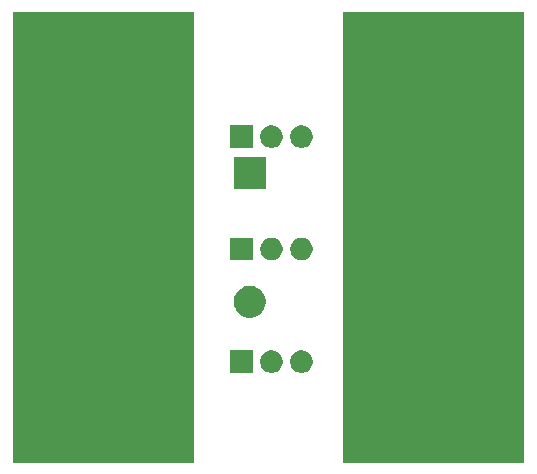
<source format=gbr>
G04 #@! TF.GenerationSoftware,KiCad,Pcbnew,(5.1.2)-1*
G04 #@! TF.CreationDate,2020-04-06T18:09:32-04:00*
G04 #@! TF.ProjectId,LM323K,4c4d3332-334b-42e6-9b69-6361645f7063,rev?*
G04 #@! TF.SameCoordinates,Original*
G04 #@! TF.FileFunction,Soldermask,Bot*
G04 #@! TF.FilePolarity,Negative*
%FSLAX46Y46*%
G04 Gerber Fmt 4.6, Leading zero omitted, Abs format (unit mm)*
G04 Created by KiCad (PCBNEW (5.1.2)-1) date 2020-04-06 18:09:32*
%MOMM*%
%LPD*%
G04 APERTURE LIST*
%ADD10C,0.100000*%
G04 APERTURE END LIST*
D10*
G36*
X116840000Y-76200000D02*
G01*
X101600000Y-76200000D01*
X101600000Y-38100000D01*
X116840000Y-38100000D01*
X116840000Y-76200000D01*
G37*
X116840000Y-76200000D02*
X101600000Y-76200000D01*
X101600000Y-38100000D01*
X116840000Y-38100000D01*
X116840000Y-76200000D01*
G36*
X88900000Y-76200000D02*
G01*
X73660000Y-76200000D01*
X73660000Y-38100000D01*
X88900000Y-38100000D01*
X88900000Y-76200000D01*
G37*
X88900000Y-76200000D02*
X73660000Y-76200000D01*
X73660000Y-38100000D01*
X88900000Y-38100000D01*
X88900000Y-76200000D01*
G36*
X95781395Y-66776546D02*
G01*
X95954466Y-66848234D01*
X95954467Y-66848235D01*
X96110227Y-66952310D01*
X96242690Y-67084773D01*
X96242691Y-67084775D01*
X96346766Y-67240534D01*
X96418454Y-67413605D01*
X96455000Y-67597333D01*
X96455000Y-67784667D01*
X96418454Y-67968395D01*
X96346766Y-68141466D01*
X96346765Y-68141467D01*
X96242690Y-68297227D01*
X96110227Y-68429690D01*
X96031818Y-68482081D01*
X95954466Y-68533766D01*
X95781395Y-68605454D01*
X95597667Y-68642000D01*
X95410333Y-68642000D01*
X95226605Y-68605454D01*
X95053534Y-68533766D01*
X94976182Y-68482081D01*
X94897773Y-68429690D01*
X94765310Y-68297227D01*
X94661235Y-68141467D01*
X94661234Y-68141466D01*
X94589546Y-67968395D01*
X94553000Y-67784667D01*
X94553000Y-67597333D01*
X94589546Y-67413605D01*
X94661234Y-67240534D01*
X94765309Y-67084775D01*
X94765310Y-67084773D01*
X94897773Y-66952310D01*
X95053533Y-66848235D01*
X95053534Y-66848234D01*
X95226605Y-66776546D01*
X95410333Y-66740000D01*
X95597667Y-66740000D01*
X95781395Y-66776546D01*
X95781395Y-66776546D01*
G37*
G36*
X93915000Y-68642000D02*
G01*
X92013000Y-68642000D01*
X92013000Y-66740000D01*
X93915000Y-66740000D01*
X93915000Y-68642000D01*
X93915000Y-68642000D01*
G37*
G36*
X98321395Y-66776546D02*
G01*
X98494466Y-66848234D01*
X98494467Y-66848235D01*
X98650227Y-66952310D01*
X98782690Y-67084773D01*
X98782691Y-67084775D01*
X98886766Y-67240534D01*
X98958454Y-67413605D01*
X98995000Y-67597333D01*
X98995000Y-67784667D01*
X98958454Y-67968395D01*
X98886766Y-68141466D01*
X98886765Y-68141467D01*
X98782690Y-68297227D01*
X98650227Y-68429690D01*
X98571818Y-68482081D01*
X98494466Y-68533766D01*
X98321395Y-68605454D01*
X98137667Y-68642000D01*
X97950333Y-68642000D01*
X97766605Y-68605454D01*
X97593534Y-68533766D01*
X97516182Y-68482081D01*
X97437773Y-68429690D01*
X97305310Y-68297227D01*
X97201235Y-68141467D01*
X97201234Y-68141466D01*
X97129546Y-67968395D01*
X97093000Y-67784667D01*
X97093000Y-67597333D01*
X97129546Y-67413605D01*
X97201234Y-67240534D01*
X97305309Y-67084775D01*
X97305310Y-67084773D01*
X97437773Y-66952310D01*
X97593533Y-66848235D01*
X97593534Y-66848234D01*
X97766605Y-66776546D01*
X97950333Y-66740000D01*
X98137667Y-66740000D01*
X98321395Y-66776546D01*
X98321395Y-66776546D01*
G37*
G36*
X106982585Y-62613802D02*
G01*
X107132410Y-62643604D01*
X107414674Y-62760521D01*
X107668705Y-62930259D01*
X107884741Y-63146295D01*
X108054479Y-63400326D01*
X108169336Y-63677617D01*
X108171396Y-63682591D01*
X108230401Y-63979226D01*
X108231000Y-63982240D01*
X108231000Y-64287760D01*
X108171396Y-64587410D01*
X108054479Y-64869674D01*
X107884741Y-65123705D01*
X107668705Y-65339741D01*
X107414674Y-65509479D01*
X107132410Y-65626396D01*
X106982585Y-65656198D01*
X106832761Y-65686000D01*
X106527239Y-65686000D01*
X106377415Y-65656198D01*
X106227590Y-65626396D01*
X105945326Y-65509479D01*
X105691295Y-65339741D01*
X105475259Y-65123705D01*
X105305521Y-64869674D01*
X105188604Y-64587410D01*
X105129000Y-64287760D01*
X105129000Y-63982240D01*
X105129600Y-63979226D01*
X105188604Y-63682591D01*
X105190664Y-63677617D01*
X105305521Y-63400326D01*
X105475259Y-63146295D01*
X105691295Y-62930259D01*
X105945326Y-62760521D01*
X106227590Y-62643604D01*
X106377415Y-62613802D01*
X106527239Y-62584000D01*
X106832761Y-62584000D01*
X106982585Y-62613802D01*
X106982585Y-62613802D01*
G37*
G36*
X94072402Y-61329144D02*
G01*
X94318269Y-61430985D01*
X94429658Y-61505413D01*
X94539541Y-61578835D01*
X94727721Y-61767015D01*
X94875572Y-61988289D01*
X94977412Y-62234154D01*
X95029330Y-62495163D01*
X95029330Y-62761289D01*
X94977412Y-63022298D01*
X94875572Y-63268163D01*
X94727721Y-63489437D01*
X94539541Y-63677617D01*
X94429658Y-63751039D01*
X94318269Y-63825467D01*
X94318268Y-63825468D01*
X94318267Y-63825468D01*
X94072402Y-63927308D01*
X93811393Y-63979226D01*
X93545267Y-63979226D01*
X93284258Y-63927308D01*
X93038393Y-63825468D01*
X93038392Y-63825468D01*
X93038391Y-63825467D01*
X92927002Y-63751039D01*
X92817119Y-63677617D01*
X92628939Y-63489437D01*
X92481088Y-63268163D01*
X92379248Y-63022298D01*
X92327330Y-62761289D01*
X92327330Y-62495163D01*
X92379248Y-62234154D01*
X92481088Y-61988289D01*
X92628939Y-61767015D01*
X92817119Y-61578835D01*
X92927002Y-61505413D01*
X93038391Y-61430985D01*
X93284258Y-61329144D01*
X93545267Y-61277226D01*
X93811393Y-61277226D01*
X94072402Y-61329144D01*
X94072402Y-61329144D01*
G37*
G36*
X111519318Y-54056199D02*
G01*
X112106412Y-54299381D01*
X112106414Y-54299382D01*
X112634785Y-54652428D01*
X113084128Y-55101771D01*
X113437174Y-55630142D01*
X113437175Y-55630144D01*
X113680357Y-56217238D01*
X113804330Y-56840491D01*
X113804330Y-57475961D01*
X113680357Y-58099214D01*
X113537792Y-58443396D01*
X113437174Y-58686310D01*
X113084128Y-59214681D01*
X112634785Y-59664024D01*
X112106414Y-60017070D01*
X112106413Y-60017071D01*
X112106412Y-60017071D01*
X111519318Y-60260253D01*
X110896065Y-60384226D01*
X110260595Y-60384226D01*
X109637342Y-60260253D01*
X109050248Y-60017071D01*
X109050247Y-60017071D01*
X109050246Y-60017070D01*
X108521875Y-59664024D01*
X108072532Y-59214681D01*
X107719486Y-58686310D01*
X107618868Y-58443396D01*
X107476303Y-58099214D01*
X107352330Y-57475961D01*
X107352330Y-56840491D01*
X107476303Y-56217238D01*
X107719485Y-55630144D01*
X107719486Y-55630142D01*
X108072532Y-55101771D01*
X108521875Y-54652428D01*
X109050246Y-54299382D01*
X109050248Y-54299381D01*
X109637342Y-54056199D01*
X110260595Y-53932226D01*
X110896065Y-53932226D01*
X111519318Y-54056199D01*
X111519318Y-54056199D01*
G37*
G36*
X81319318Y-54056199D02*
G01*
X81906412Y-54299381D01*
X81906414Y-54299382D01*
X82434785Y-54652428D01*
X82884128Y-55101771D01*
X83237174Y-55630142D01*
X83237175Y-55630144D01*
X83480357Y-56217238D01*
X83604330Y-56840491D01*
X83604330Y-57475961D01*
X83480357Y-58099214D01*
X83337792Y-58443396D01*
X83237174Y-58686310D01*
X82884128Y-59214681D01*
X82434785Y-59664024D01*
X81906414Y-60017070D01*
X81906413Y-60017071D01*
X81906412Y-60017071D01*
X81319318Y-60260253D01*
X80696065Y-60384226D01*
X80060595Y-60384226D01*
X79437342Y-60260253D01*
X78850248Y-60017071D01*
X78850247Y-60017071D01*
X78850246Y-60017070D01*
X78321875Y-59664024D01*
X77872532Y-59214681D01*
X77519486Y-58686310D01*
X77418868Y-58443396D01*
X77276303Y-58099214D01*
X77152330Y-57475961D01*
X77152330Y-56840491D01*
X77276303Y-56217238D01*
X77519485Y-55630144D01*
X77519486Y-55630142D01*
X77872532Y-55101771D01*
X78321875Y-54652428D01*
X78850246Y-54299382D01*
X78850248Y-54299381D01*
X79437342Y-54056199D01*
X80060595Y-53932226D01*
X80696065Y-53932226D01*
X81319318Y-54056199D01*
X81319318Y-54056199D01*
G37*
G36*
X98321395Y-57251546D02*
G01*
X98494466Y-57323234D01*
X98494467Y-57323235D01*
X98650227Y-57427310D01*
X98782690Y-57559773D01*
X98782691Y-57559775D01*
X98886766Y-57715534D01*
X98958454Y-57888605D01*
X98995000Y-58072333D01*
X98995000Y-58259667D01*
X98958454Y-58443395D01*
X98886766Y-58616466D01*
X98886765Y-58616467D01*
X98782690Y-58772227D01*
X98650227Y-58904690D01*
X98571818Y-58957081D01*
X98494466Y-59008766D01*
X98321395Y-59080454D01*
X98137667Y-59117000D01*
X97950333Y-59117000D01*
X97766605Y-59080454D01*
X97593534Y-59008766D01*
X97516182Y-58957081D01*
X97437773Y-58904690D01*
X97305310Y-58772227D01*
X97201235Y-58616467D01*
X97201234Y-58616466D01*
X97129546Y-58443395D01*
X97093000Y-58259667D01*
X97093000Y-58072333D01*
X97129546Y-57888605D01*
X97201234Y-57715534D01*
X97305309Y-57559775D01*
X97305310Y-57559773D01*
X97437773Y-57427310D01*
X97593533Y-57323235D01*
X97593534Y-57323234D01*
X97766605Y-57251546D01*
X97950333Y-57215000D01*
X98137667Y-57215000D01*
X98321395Y-57251546D01*
X98321395Y-57251546D01*
G37*
G36*
X95781395Y-57251546D02*
G01*
X95954466Y-57323234D01*
X95954467Y-57323235D01*
X96110227Y-57427310D01*
X96242690Y-57559773D01*
X96242691Y-57559775D01*
X96346766Y-57715534D01*
X96418454Y-57888605D01*
X96455000Y-58072333D01*
X96455000Y-58259667D01*
X96418454Y-58443395D01*
X96346766Y-58616466D01*
X96346765Y-58616467D01*
X96242690Y-58772227D01*
X96110227Y-58904690D01*
X96031818Y-58957081D01*
X95954466Y-59008766D01*
X95781395Y-59080454D01*
X95597667Y-59117000D01*
X95410333Y-59117000D01*
X95226605Y-59080454D01*
X95053534Y-59008766D01*
X94976182Y-58957081D01*
X94897773Y-58904690D01*
X94765310Y-58772227D01*
X94661235Y-58616467D01*
X94661234Y-58616466D01*
X94589546Y-58443395D01*
X94553000Y-58259667D01*
X94553000Y-58072333D01*
X94589546Y-57888605D01*
X94661234Y-57715534D01*
X94765309Y-57559775D01*
X94765310Y-57559773D01*
X94897773Y-57427310D01*
X95053533Y-57323235D01*
X95053534Y-57323234D01*
X95226605Y-57251546D01*
X95410333Y-57215000D01*
X95597667Y-57215000D01*
X95781395Y-57251546D01*
X95781395Y-57251546D01*
G37*
G36*
X93915000Y-59117000D02*
G01*
X92013000Y-59117000D01*
X92013000Y-57215000D01*
X93915000Y-57215000D01*
X93915000Y-59117000D01*
X93915000Y-59117000D01*
G37*
G36*
X95029330Y-53059226D02*
G01*
X92327330Y-53059226D01*
X92327330Y-50357226D01*
X95029330Y-50357226D01*
X95029330Y-53059226D01*
X95029330Y-53059226D01*
G37*
G36*
X106982585Y-48643802D02*
G01*
X107132410Y-48673604D01*
X107414674Y-48790521D01*
X107668705Y-48960259D01*
X107884741Y-49176295D01*
X108054479Y-49430326D01*
X108171396Y-49712590D01*
X108231000Y-50012240D01*
X108231000Y-50317760D01*
X108171396Y-50617410D01*
X108054479Y-50899674D01*
X107884741Y-51153705D01*
X107668705Y-51369741D01*
X107414674Y-51539479D01*
X107132410Y-51656396D01*
X106982585Y-51686198D01*
X106832761Y-51716000D01*
X106527239Y-51716000D01*
X106377415Y-51686198D01*
X106227590Y-51656396D01*
X105945326Y-51539479D01*
X105691295Y-51369741D01*
X105475259Y-51153705D01*
X105305521Y-50899674D01*
X105188604Y-50617410D01*
X105129000Y-50317760D01*
X105129000Y-50012240D01*
X105188604Y-49712590D01*
X105305521Y-49430326D01*
X105475259Y-49176295D01*
X105691295Y-48960259D01*
X105945326Y-48790521D01*
X106227590Y-48673604D01*
X106377415Y-48643802D01*
X106527239Y-48614000D01*
X106832761Y-48614000D01*
X106982585Y-48643802D01*
X106982585Y-48643802D01*
G37*
G36*
X93915000Y-49592000D02*
G01*
X92013000Y-49592000D01*
X92013000Y-47690000D01*
X93915000Y-47690000D01*
X93915000Y-49592000D01*
X93915000Y-49592000D01*
G37*
G36*
X95781395Y-47726546D02*
G01*
X95954466Y-47798234D01*
X95954467Y-47798235D01*
X96110227Y-47902310D01*
X96242690Y-48034773D01*
X96242691Y-48034775D01*
X96346766Y-48190534D01*
X96418454Y-48363605D01*
X96455000Y-48547333D01*
X96455000Y-48734667D01*
X96418454Y-48918395D01*
X96346766Y-49091466D01*
X96346765Y-49091467D01*
X96242690Y-49247227D01*
X96110227Y-49379690D01*
X96031818Y-49432081D01*
X95954466Y-49483766D01*
X95781395Y-49555454D01*
X95597667Y-49592000D01*
X95410333Y-49592000D01*
X95226605Y-49555454D01*
X95053534Y-49483766D01*
X94976182Y-49432081D01*
X94897773Y-49379690D01*
X94765310Y-49247227D01*
X94661235Y-49091467D01*
X94661234Y-49091466D01*
X94589546Y-48918395D01*
X94553000Y-48734667D01*
X94553000Y-48547333D01*
X94589546Y-48363605D01*
X94661234Y-48190534D01*
X94765309Y-48034775D01*
X94765310Y-48034773D01*
X94897773Y-47902310D01*
X95053533Y-47798235D01*
X95053534Y-47798234D01*
X95226605Y-47726546D01*
X95410333Y-47690000D01*
X95597667Y-47690000D01*
X95781395Y-47726546D01*
X95781395Y-47726546D01*
G37*
G36*
X98321395Y-47726546D02*
G01*
X98494466Y-47798234D01*
X98494467Y-47798235D01*
X98650227Y-47902310D01*
X98782690Y-48034773D01*
X98782691Y-48034775D01*
X98886766Y-48190534D01*
X98958454Y-48363605D01*
X98995000Y-48547333D01*
X98995000Y-48734667D01*
X98958454Y-48918395D01*
X98886766Y-49091466D01*
X98886765Y-49091467D01*
X98782690Y-49247227D01*
X98650227Y-49379690D01*
X98571818Y-49432081D01*
X98494466Y-49483766D01*
X98321395Y-49555454D01*
X98137667Y-49592000D01*
X97950333Y-49592000D01*
X97766605Y-49555454D01*
X97593534Y-49483766D01*
X97516182Y-49432081D01*
X97437773Y-49379690D01*
X97305310Y-49247227D01*
X97201235Y-49091467D01*
X97201234Y-49091466D01*
X97129546Y-48918395D01*
X97093000Y-48734667D01*
X97093000Y-48547333D01*
X97129546Y-48363605D01*
X97201234Y-48190534D01*
X97305309Y-48034775D01*
X97305310Y-48034773D01*
X97437773Y-47902310D01*
X97593533Y-47798235D01*
X97593534Y-47798234D01*
X97766605Y-47726546D01*
X97950333Y-47690000D01*
X98137667Y-47690000D01*
X98321395Y-47726546D01*
X98321395Y-47726546D01*
G37*
M02*

</source>
